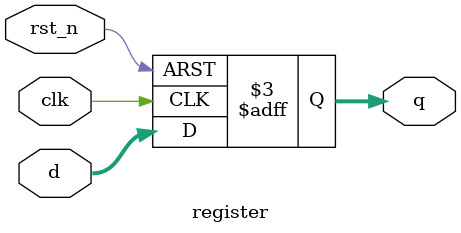
<source format=v>

module register #(parameter width = 8)(
input clk, rst_n,
input [width-1:0] d,
output reg [width-1:0] q
); 


always @(posedge clk or negedge rst_n) begin
 
if (!rst_n) begin 
q  <= 0; 
end 

else begin  
q  <= d; 
end 

end 

endmodule 

// instance:
//  register #(.width( ))inst_name (.clk(),.rst_n(), .d(), .q());  


</source>
